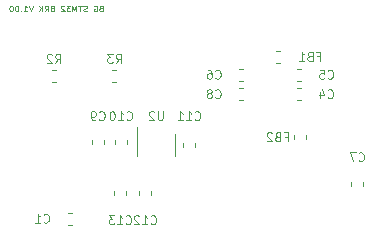
<source format=gbr>
G04 #@! TF.GenerationSoftware,KiCad,Pcbnew,(5.1.4)-1*
G04 #@! TF.CreationDate,2019-12-06T22:53:01-05:00*
G04 #@! TF.ProjectId,STM32G4DevBoard,53544d33-3247-4344-9465-76426f617264,rev?*
G04 #@! TF.SameCoordinates,Original*
G04 #@! TF.FileFunction,Legend,Bot*
G04 #@! TF.FilePolarity,Positive*
%FSLAX46Y46*%
G04 Gerber Fmt 4.6, Leading zero omitted, Abs format (unit mm)*
G04 Created by KiCad (PCBNEW (5.1.4)-1) date 2019-12-06 22:53:01*
%MOMM*%
%LPD*%
G04 APERTURE LIST*
%ADD10C,0.100000*%
%ADD11C,0.120000*%
G04 APERTURE END LIST*
D10*
X114962309Y-80228285D02*
X114890880Y-80252095D01*
X114867071Y-80275904D01*
X114843261Y-80323523D01*
X114843261Y-80394952D01*
X114867071Y-80442571D01*
X114890880Y-80466380D01*
X114938500Y-80490190D01*
X115128976Y-80490190D01*
X115128976Y-79990190D01*
X114962309Y-79990190D01*
X114914690Y-80014000D01*
X114890880Y-80037809D01*
X114867071Y-80085428D01*
X114867071Y-80133047D01*
X114890880Y-80180666D01*
X114914690Y-80204476D01*
X114962309Y-80228285D01*
X115128976Y-80228285D01*
X114367071Y-80014000D02*
X114414690Y-79990190D01*
X114486119Y-79990190D01*
X114557547Y-80014000D01*
X114605166Y-80061619D01*
X114628976Y-80109238D01*
X114652785Y-80204476D01*
X114652785Y-80275904D01*
X114628976Y-80371142D01*
X114605166Y-80418761D01*
X114557547Y-80466380D01*
X114486119Y-80490190D01*
X114438500Y-80490190D01*
X114367071Y-80466380D01*
X114343261Y-80442571D01*
X114343261Y-80275904D01*
X114438500Y-80275904D01*
X113771833Y-80466380D02*
X113700404Y-80490190D01*
X113581357Y-80490190D01*
X113533738Y-80466380D01*
X113509928Y-80442571D01*
X113486119Y-80394952D01*
X113486119Y-80347333D01*
X113509928Y-80299714D01*
X113533738Y-80275904D01*
X113581357Y-80252095D01*
X113676595Y-80228285D01*
X113724214Y-80204476D01*
X113748023Y-80180666D01*
X113771833Y-80133047D01*
X113771833Y-80085428D01*
X113748023Y-80037809D01*
X113724214Y-80014000D01*
X113676595Y-79990190D01*
X113557547Y-79990190D01*
X113486119Y-80014000D01*
X113343261Y-79990190D02*
X113057547Y-79990190D01*
X113200404Y-80490190D02*
X113200404Y-79990190D01*
X112890880Y-80490190D02*
X112890880Y-79990190D01*
X112724214Y-80347333D01*
X112557547Y-79990190D01*
X112557547Y-80490190D01*
X112367071Y-79990190D02*
X112057547Y-79990190D01*
X112224214Y-80180666D01*
X112152785Y-80180666D01*
X112105166Y-80204476D01*
X112081357Y-80228285D01*
X112057547Y-80275904D01*
X112057547Y-80394952D01*
X112081357Y-80442571D01*
X112105166Y-80466380D01*
X112152785Y-80490190D01*
X112295642Y-80490190D01*
X112343261Y-80466380D01*
X112367071Y-80442571D01*
X111867071Y-80037809D02*
X111843261Y-80014000D01*
X111795642Y-79990190D01*
X111676595Y-79990190D01*
X111628976Y-80014000D01*
X111605166Y-80037809D01*
X111581357Y-80085428D01*
X111581357Y-80133047D01*
X111605166Y-80204476D01*
X111890880Y-80490190D01*
X111581357Y-80490190D01*
X110819452Y-80228285D02*
X110748023Y-80252095D01*
X110724214Y-80275904D01*
X110700404Y-80323523D01*
X110700404Y-80394952D01*
X110724214Y-80442571D01*
X110748023Y-80466380D01*
X110795642Y-80490190D01*
X110986119Y-80490190D01*
X110986119Y-79990190D01*
X110819452Y-79990190D01*
X110771833Y-80014000D01*
X110748023Y-80037809D01*
X110724214Y-80085428D01*
X110724214Y-80133047D01*
X110748023Y-80180666D01*
X110771833Y-80204476D01*
X110819452Y-80228285D01*
X110986119Y-80228285D01*
X110200404Y-80490190D02*
X110367071Y-80252095D01*
X110486119Y-80490190D02*
X110486119Y-79990190D01*
X110295642Y-79990190D01*
X110248023Y-80014000D01*
X110224214Y-80037809D01*
X110200404Y-80085428D01*
X110200404Y-80156857D01*
X110224214Y-80204476D01*
X110248023Y-80228285D01*
X110295642Y-80252095D01*
X110486119Y-80252095D01*
X109986119Y-80490190D02*
X109986119Y-79990190D01*
X109700404Y-80490190D02*
X109914690Y-80204476D01*
X109700404Y-79990190D02*
X109986119Y-80275904D01*
X109176595Y-79990190D02*
X109009928Y-80490190D01*
X108843261Y-79990190D01*
X108414690Y-80490190D02*
X108700404Y-80490190D01*
X108557547Y-80490190D02*
X108557547Y-79990190D01*
X108605166Y-80061619D01*
X108652785Y-80109238D01*
X108700404Y-80133047D01*
X108200404Y-80442571D02*
X108176595Y-80466380D01*
X108200404Y-80490190D01*
X108224214Y-80466380D01*
X108200404Y-80442571D01*
X108200404Y-80490190D01*
X107867071Y-79990190D02*
X107819452Y-79990190D01*
X107771833Y-80014000D01*
X107748023Y-80037809D01*
X107724214Y-80085428D01*
X107700404Y-80180666D01*
X107700404Y-80299714D01*
X107724214Y-80394952D01*
X107748023Y-80442571D01*
X107771833Y-80466380D01*
X107819452Y-80490190D01*
X107867071Y-80490190D01*
X107914690Y-80466380D01*
X107938500Y-80442571D01*
X107962309Y-80394952D01*
X107986119Y-80299714D01*
X107986119Y-80180666D01*
X107962309Y-80085428D01*
X107938500Y-80037809D01*
X107914690Y-80014000D01*
X107867071Y-79990190D01*
X107390880Y-79990190D02*
X107343261Y-79990190D01*
X107295642Y-80014000D01*
X107271833Y-80037809D01*
X107248023Y-80085428D01*
X107224214Y-80180666D01*
X107224214Y-80299714D01*
X107248023Y-80394952D01*
X107271833Y-80442571D01*
X107295642Y-80466380D01*
X107343261Y-80490190D01*
X107390880Y-80490190D01*
X107438500Y-80466380D01*
X107462309Y-80442571D01*
X107486119Y-80394952D01*
X107509928Y-80299714D01*
X107509928Y-80180666D01*
X107486119Y-80085428D01*
X107462309Y-80037809D01*
X107438500Y-80014000D01*
X107390880Y-79990190D01*
D11*
X115922333Y-85418200D02*
X116264867Y-85418200D01*
X115922333Y-86438200D02*
X116264867Y-86438200D01*
X132310600Y-90963933D02*
X132310600Y-91306467D01*
X131290600Y-90963933D02*
X131290600Y-91306467D01*
X115191000Y-91744667D02*
X115191000Y-91402133D01*
X114171000Y-91744667D02*
X114171000Y-91402133D01*
X131527733Y-85342000D02*
X131870267Y-85342000D01*
X131527733Y-86362000D02*
X131870267Y-86362000D01*
X118039880Y-92703400D02*
X118039880Y-90253400D01*
X121259880Y-90903400D02*
X121259880Y-92703400D01*
X112552267Y-97534000D02*
X112209733Y-97534000D01*
X112552267Y-98554000D02*
X112209733Y-98554000D01*
X131527733Y-88013000D02*
X131870267Y-88013000D01*
X131527733Y-86993000D02*
X131870267Y-86993000D01*
X126968067Y-86362000D02*
X126625533Y-86362000D01*
X126968067Y-85342000D02*
X126625533Y-85342000D01*
X136142000Y-94965733D02*
X136142000Y-95308267D01*
X137162000Y-94965733D02*
X137162000Y-95308267D01*
X126968067Y-88013000D02*
X126625533Y-88013000D01*
X126968067Y-86993000D02*
X126625533Y-86993000D01*
X117140440Y-91402133D02*
X117140440Y-91744667D01*
X116120440Y-91402133D02*
X116120440Y-91744667D01*
X122925320Y-91632133D02*
X122925320Y-91974667D01*
X121905320Y-91632133D02*
X121905320Y-91974667D01*
X118189880Y-96056267D02*
X118189880Y-95713733D01*
X119209880Y-96056267D02*
X119209880Y-95713733D01*
X117096000Y-96056267D02*
X117096000Y-95713733D01*
X116076000Y-96056267D02*
X116076000Y-95713733D01*
X129777733Y-84838000D02*
X130120267Y-84838000D01*
X129777733Y-83818000D02*
X130120267Y-83818000D01*
X111134867Y-85418200D02*
X110792333Y-85418200D01*
X111134867Y-86438200D02*
X110792333Y-86438200D01*
D10*
X116218600Y-84837485D02*
X116468600Y-84480342D01*
X116647171Y-84837485D02*
X116647171Y-84087485D01*
X116361457Y-84087485D01*
X116290028Y-84123200D01*
X116254314Y-84158914D01*
X116218600Y-84230342D01*
X116218600Y-84337485D01*
X116254314Y-84408914D01*
X116290028Y-84444628D01*
X116361457Y-84480342D01*
X116647171Y-84480342D01*
X115968600Y-84087485D02*
X115504314Y-84087485D01*
X115754314Y-84373200D01*
X115647171Y-84373200D01*
X115575742Y-84408914D01*
X115540028Y-84444628D01*
X115504314Y-84516057D01*
X115504314Y-84694628D01*
X115540028Y-84766057D01*
X115575742Y-84801771D01*
X115647171Y-84837485D01*
X115861457Y-84837485D01*
X115932885Y-84801771D01*
X115968600Y-84766057D01*
X130546000Y-91095628D02*
X130796000Y-91095628D01*
X130796000Y-91488485D02*
X130796000Y-90738485D01*
X130438857Y-90738485D01*
X129903142Y-91095628D02*
X129796000Y-91131342D01*
X129760285Y-91167057D01*
X129724571Y-91238485D01*
X129724571Y-91345628D01*
X129760285Y-91417057D01*
X129796000Y-91452771D01*
X129867428Y-91488485D01*
X130153142Y-91488485D01*
X130153142Y-90738485D01*
X129903142Y-90738485D01*
X129831714Y-90774200D01*
X129796000Y-90809914D01*
X129760285Y-90881342D01*
X129760285Y-90952771D01*
X129796000Y-91024200D01*
X129831714Y-91059914D01*
X129903142Y-91095628D01*
X130153142Y-91095628D01*
X129438857Y-90809914D02*
X129403142Y-90774200D01*
X129331714Y-90738485D01*
X129153142Y-90738485D01*
X129081714Y-90774200D01*
X129046000Y-90809914D01*
X129010285Y-90881342D01*
X129010285Y-90952771D01*
X129046000Y-91059914D01*
X129474571Y-91488485D01*
X129010285Y-91488485D01*
X114806000Y-89612357D02*
X114841714Y-89648071D01*
X114948857Y-89683785D01*
X115020285Y-89683785D01*
X115127428Y-89648071D01*
X115198857Y-89576642D01*
X115234571Y-89505214D01*
X115270285Y-89362357D01*
X115270285Y-89255214D01*
X115234571Y-89112357D01*
X115198857Y-89040928D01*
X115127428Y-88969500D01*
X115020285Y-88933785D01*
X114948857Y-88933785D01*
X114841714Y-88969500D01*
X114806000Y-89005214D01*
X114448857Y-89683785D02*
X114306000Y-89683785D01*
X114234571Y-89648071D01*
X114198857Y-89612357D01*
X114127428Y-89505214D01*
X114091714Y-89362357D01*
X114091714Y-89076642D01*
X114127428Y-89005214D01*
X114163142Y-88969500D01*
X114234571Y-88933785D01*
X114377428Y-88933785D01*
X114448857Y-88969500D01*
X114484571Y-89005214D01*
X114520285Y-89076642D01*
X114520285Y-89255214D01*
X114484571Y-89326642D01*
X114448857Y-89362357D01*
X114377428Y-89398071D01*
X114234571Y-89398071D01*
X114163142Y-89362357D01*
X114127428Y-89326642D01*
X114091714Y-89255214D01*
X134173500Y-86119857D02*
X134209214Y-86155571D01*
X134316357Y-86191285D01*
X134387785Y-86191285D01*
X134494928Y-86155571D01*
X134566357Y-86084142D01*
X134602071Y-86012714D01*
X134637785Y-85869857D01*
X134637785Y-85762714D01*
X134602071Y-85619857D01*
X134566357Y-85548428D01*
X134494928Y-85477000D01*
X134387785Y-85441285D01*
X134316357Y-85441285D01*
X134209214Y-85477000D01*
X134173500Y-85512714D01*
X133494928Y-85441285D02*
X133852071Y-85441285D01*
X133887785Y-85798428D01*
X133852071Y-85762714D01*
X133780642Y-85727000D01*
X133602071Y-85727000D01*
X133530642Y-85762714D01*
X133494928Y-85798428D01*
X133459214Y-85869857D01*
X133459214Y-86048428D01*
X133494928Y-86119857D01*
X133530642Y-86155571D01*
X133602071Y-86191285D01*
X133780642Y-86191285D01*
X133852071Y-86155571D01*
X133887785Y-86119857D01*
X120205428Y-88933785D02*
X120205428Y-89540928D01*
X120169714Y-89612357D01*
X120134000Y-89648071D01*
X120062571Y-89683785D01*
X119919714Y-89683785D01*
X119848285Y-89648071D01*
X119812571Y-89612357D01*
X119776857Y-89540928D01*
X119776857Y-88933785D01*
X119455428Y-89005214D02*
X119419714Y-88969500D01*
X119348285Y-88933785D01*
X119169714Y-88933785D01*
X119098285Y-88969500D01*
X119062571Y-89005214D01*
X119026857Y-89076642D01*
X119026857Y-89148071D01*
X119062571Y-89255214D01*
X119491142Y-89683785D01*
X119026857Y-89683785D01*
X110107000Y-98311857D02*
X110142714Y-98347571D01*
X110249857Y-98383285D01*
X110321285Y-98383285D01*
X110428428Y-98347571D01*
X110499857Y-98276142D01*
X110535571Y-98204714D01*
X110571285Y-98061857D01*
X110571285Y-97954714D01*
X110535571Y-97811857D01*
X110499857Y-97740428D01*
X110428428Y-97669000D01*
X110321285Y-97633285D01*
X110249857Y-97633285D01*
X110142714Y-97669000D01*
X110107000Y-97704714D01*
X109392714Y-98383285D02*
X109821285Y-98383285D01*
X109607000Y-98383285D02*
X109607000Y-97633285D01*
X109678428Y-97740428D01*
X109749857Y-97811857D01*
X109821285Y-97847571D01*
X134173500Y-87770857D02*
X134209214Y-87806571D01*
X134316357Y-87842285D01*
X134387785Y-87842285D01*
X134494928Y-87806571D01*
X134566357Y-87735142D01*
X134602071Y-87663714D01*
X134637785Y-87520857D01*
X134637785Y-87413714D01*
X134602071Y-87270857D01*
X134566357Y-87199428D01*
X134494928Y-87128000D01*
X134387785Y-87092285D01*
X134316357Y-87092285D01*
X134209214Y-87128000D01*
X134173500Y-87163714D01*
X133530642Y-87342285D02*
X133530642Y-87842285D01*
X133709214Y-87056571D02*
X133887785Y-87592285D01*
X133423500Y-87592285D01*
X124648500Y-86119857D02*
X124684214Y-86155571D01*
X124791357Y-86191285D01*
X124862785Y-86191285D01*
X124969928Y-86155571D01*
X125041357Y-86084142D01*
X125077071Y-86012714D01*
X125112785Y-85869857D01*
X125112785Y-85762714D01*
X125077071Y-85619857D01*
X125041357Y-85548428D01*
X124969928Y-85477000D01*
X124862785Y-85441285D01*
X124791357Y-85441285D01*
X124684214Y-85477000D01*
X124648500Y-85512714D01*
X124005642Y-85441285D02*
X124148500Y-85441285D01*
X124219928Y-85477000D01*
X124255642Y-85512714D01*
X124327071Y-85619857D01*
X124362785Y-85762714D01*
X124362785Y-86048428D01*
X124327071Y-86119857D01*
X124291357Y-86155571D01*
X124219928Y-86191285D01*
X124077071Y-86191285D01*
X124005642Y-86155571D01*
X123969928Y-86119857D01*
X123934214Y-86048428D01*
X123934214Y-85869857D01*
X123969928Y-85798428D01*
X124005642Y-85762714D01*
X124077071Y-85727000D01*
X124219928Y-85727000D01*
X124291357Y-85762714D01*
X124327071Y-85798428D01*
X124362785Y-85869857D01*
X136777000Y-93104857D02*
X136812714Y-93140571D01*
X136919857Y-93176285D01*
X136991285Y-93176285D01*
X137098428Y-93140571D01*
X137169857Y-93069142D01*
X137205571Y-92997714D01*
X137241285Y-92854857D01*
X137241285Y-92747714D01*
X137205571Y-92604857D01*
X137169857Y-92533428D01*
X137098428Y-92462000D01*
X136991285Y-92426285D01*
X136919857Y-92426285D01*
X136812714Y-92462000D01*
X136777000Y-92497714D01*
X136527000Y-92426285D02*
X136027000Y-92426285D01*
X136348428Y-93176285D01*
X124648500Y-87770857D02*
X124684214Y-87806571D01*
X124791357Y-87842285D01*
X124862785Y-87842285D01*
X124969928Y-87806571D01*
X125041357Y-87735142D01*
X125077071Y-87663714D01*
X125112785Y-87520857D01*
X125112785Y-87413714D01*
X125077071Y-87270857D01*
X125041357Y-87199428D01*
X124969928Y-87128000D01*
X124862785Y-87092285D01*
X124791357Y-87092285D01*
X124684214Y-87128000D01*
X124648500Y-87163714D01*
X124219928Y-87413714D02*
X124291357Y-87378000D01*
X124327071Y-87342285D01*
X124362785Y-87270857D01*
X124362785Y-87235142D01*
X124327071Y-87163714D01*
X124291357Y-87128000D01*
X124219928Y-87092285D01*
X124077071Y-87092285D01*
X124005642Y-87128000D01*
X123969928Y-87163714D01*
X123934214Y-87235142D01*
X123934214Y-87270857D01*
X123969928Y-87342285D01*
X124005642Y-87378000D01*
X124077071Y-87413714D01*
X124219928Y-87413714D01*
X124291357Y-87449428D01*
X124327071Y-87485142D01*
X124362785Y-87556571D01*
X124362785Y-87699428D01*
X124327071Y-87770857D01*
X124291357Y-87806571D01*
X124219928Y-87842285D01*
X124077071Y-87842285D01*
X124005642Y-87806571D01*
X123969928Y-87770857D01*
X123934214Y-87699428D01*
X123934214Y-87556571D01*
X123969928Y-87485142D01*
X124005642Y-87449428D01*
X124077071Y-87413714D01*
X117131642Y-89612357D02*
X117167357Y-89648071D01*
X117274500Y-89683785D01*
X117345928Y-89683785D01*
X117453071Y-89648071D01*
X117524500Y-89576642D01*
X117560214Y-89505214D01*
X117595928Y-89362357D01*
X117595928Y-89255214D01*
X117560214Y-89112357D01*
X117524500Y-89040928D01*
X117453071Y-88969500D01*
X117345928Y-88933785D01*
X117274500Y-88933785D01*
X117167357Y-88969500D01*
X117131642Y-89005214D01*
X116417357Y-89683785D02*
X116845928Y-89683785D01*
X116631642Y-89683785D02*
X116631642Y-88933785D01*
X116703071Y-89040928D01*
X116774500Y-89112357D01*
X116845928Y-89148071D01*
X115953071Y-88933785D02*
X115881642Y-88933785D01*
X115810214Y-88969500D01*
X115774500Y-89005214D01*
X115738785Y-89076642D01*
X115703071Y-89219500D01*
X115703071Y-89398071D01*
X115738785Y-89540928D01*
X115774500Y-89612357D01*
X115810214Y-89648071D01*
X115881642Y-89683785D01*
X115953071Y-89683785D01*
X116024500Y-89648071D01*
X116060214Y-89612357D01*
X116095928Y-89540928D01*
X116131642Y-89398071D01*
X116131642Y-89219500D01*
X116095928Y-89076642D01*
X116060214Y-89005214D01*
X116024500Y-88969500D01*
X115953071Y-88933785D01*
X122910142Y-89612357D02*
X122945857Y-89648071D01*
X123053000Y-89683785D01*
X123124428Y-89683785D01*
X123231571Y-89648071D01*
X123303000Y-89576642D01*
X123338714Y-89505214D01*
X123374428Y-89362357D01*
X123374428Y-89255214D01*
X123338714Y-89112357D01*
X123303000Y-89040928D01*
X123231571Y-88969500D01*
X123124428Y-88933785D01*
X123053000Y-88933785D01*
X122945857Y-88969500D01*
X122910142Y-89005214D01*
X122195857Y-89683785D02*
X122624428Y-89683785D01*
X122410142Y-89683785D02*
X122410142Y-88933785D01*
X122481571Y-89040928D01*
X122553000Y-89112357D01*
X122624428Y-89148071D01*
X121481571Y-89683785D02*
X121910142Y-89683785D01*
X121695857Y-89683785D02*
X121695857Y-88933785D01*
X121767285Y-89040928D01*
X121838714Y-89112357D01*
X121910142Y-89148071D01*
X119182022Y-98438857D02*
X119217737Y-98474571D01*
X119324880Y-98510285D01*
X119396308Y-98510285D01*
X119503451Y-98474571D01*
X119574880Y-98403142D01*
X119610594Y-98331714D01*
X119646308Y-98188857D01*
X119646308Y-98081714D01*
X119610594Y-97938857D01*
X119574880Y-97867428D01*
X119503451Y-97796000D01*
X119396308Y-97760285D01*
X119324880Y-97760285D01*
X119217737Y-97796000D01*
X119182022Y-97831714D01*
X118467737Y-98510285D02*
X118896308Y-98510285D01*
X118682022Y-98510285D02*
X118682022Y-97760285D01*
X118753451Y-97867428D01*
X118824880Y-97938857D01*
X118896308Y-97974571D01*
X118182022Y-97831714D02*
X118146308Y-97796000D01*
X118074880Y-97760285D01*
X117896308Y-97760285D01*
X117824880Y-97796000D01*
X117789165Y-97831714D01*
X117753451Y-97903142D01*
X117753451Y-97974571D01*
X117789165Y-98081714D01*
X118217737Y-98510285D01*
X117753451Y-98510285D01*
X117068142Y-98438857D02*
X117103857Y-98474571D01*
X117211000Y-98510285D01*
X117282428Y-98510285D01*
X117389571Y-98474571D01*
X117461000Y-98403142D01*
X117496714Y-98331714D01*
X117532428Y-98188857D01*
X117532428Y-98081714D01*
X117496714Y-97938857D01*
X117461000Y-97867428D01*
X117389571Y-97796000D01*
X117282428Y-97760285D01*
X117211000Y-97760285D01*
X117103857Y-97796000D01*
X117068142Y-97831714D01*
X116353857Y-98510285D02*
X116782428Y-98510285D01*
X116568142Y-98510285D02*
X116568142Y-97760285D01*
X116639571Y-97867428D01*
X116711000Y-97938857D01*
X116782428Y-97974571D01*
X116103857Y-97760285D02*
X115639571Y-97760285D01*
X115889571Y-98046000D01*
X115782428Y-98046000D01*
X115711000Y-98081714D01*
X115675285Y-98117428D01*
X115639571Y-98188857D01*
X115639571Y-98367428D01*
X115675285Y-98438857D01*
X115711000Y-98474571D01*
X115782428Y-98510285D01*
X115996714Y-98510285D01*
X116068142Y-98474571D01*
X116103857Y-98438857D01*
X133276500Y-84274428D02*
X133526500Y-84274428D01*
X133526500Y-84667285D02*
X133526500Y-83917285D01*
X133169357Y-83917285D01*
X132633642Y-84274428D02*
X132526500Y-84310142D01*
X132490785Y-84345857D01*
X132455071Y-84417285D01*
X132455071Y-84524428D01*
X132490785Y-84595857D01*
X132526500Y-84631571D01*
X132597928Y-84667285D01*
X132883642Y-84667285D01*
X132883642Y-83917285D01*
X132633642Y-83917285D01*
X132562214Y-83953000D01*
X132526500Y-83988714D01*
X132490785Y-84060142D01*
X132490785Y-84131571D01*
X132526500Y-84203000D01*
X132562214Y-84238714D01*
X132633642Y-84274428D01*
X132883642Y-84274428D01*
X131740785Y-84667285D02*
X132169357Y-84667285D01*
X131955071Y-84667285D02*
X131955071Y-83917285D01*
X132026500Y-84024428D01*
X132097928Y-84095857D01*
X132169357Y-84131571D01*
X111088600Y-84837485D02*
X111338600Y-84480342D01*
X111517171Y-84837485D02*
X111517171Y-84087485D01*
X111231457Y-84087485D01*
X111160028Y-84123200D01*
X111124314Y-84158914D01*
X111088600Y-84230342D01*
X111088600Y-84337485D01*
X111124314Y-84408914D01*
X111160028Y-84444628D01*
X111231457Y-84480342D01*
X111517171Y-84480342D01*
X110802885Y-84158914D02*
X110767171Y-84123200D01*
X110695742Y-84087485D01*
X110517171Y-84087485D01*
X110445742Y-84123200D01*
X110410028Y-84158914D01*
X110374314Y-84230342D01*
X110374314Y-84301771D01*
X110410028Y-84408914D01*
X110838600Y-84837485D01*
X110374314Y-84837485D01*
M02*

</source>
